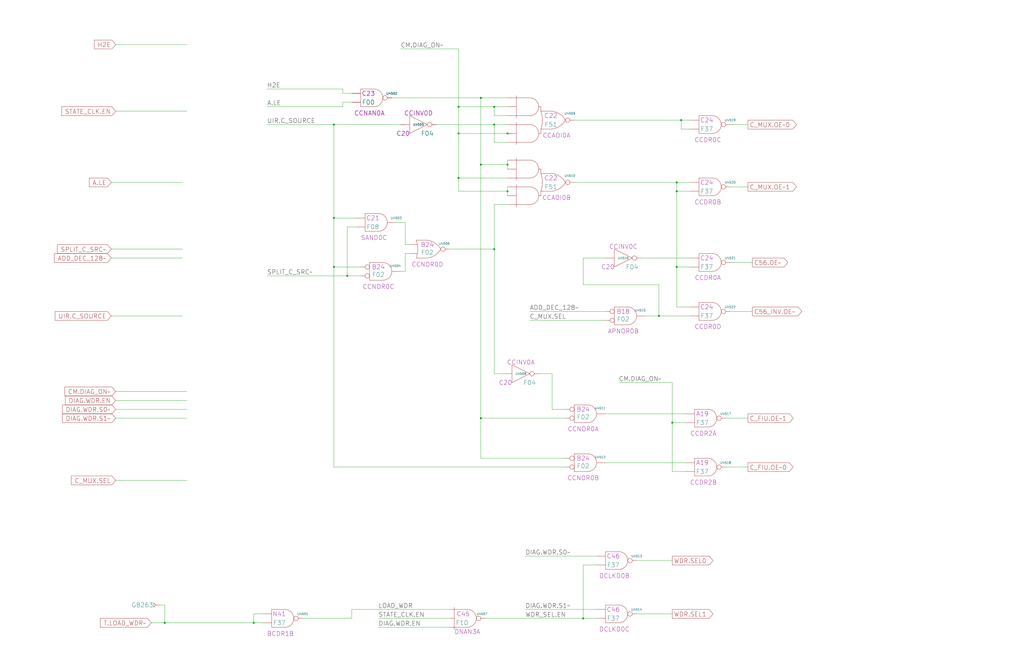
<source format=kicad_sch>
(kicad_sch (version 20211123) (generator eeschema)
  (paper "User" 584.2 378.46)
  (title_block (title "C SOURCE CONTROL") (date "15-MAR-90") (rev "1.0") (comment 1 "TYPE") (comment 2 "232-003062") (comment 3 "S400") (comment 4 "RELEASED"))
  (lib_symbols
    (symbol "r1000:F00" (pin_numbers hide) (pin_names hide)
      (property "Reference" "U" (at 15.24 0 0))
      (property "Value" "F00" (at 1.905 -5.08 0))
      (property "Location" "___" (at 1.905 0 0))
      (property "Name" "______" (at 2.54 -12.7 0))
      (symbol "F00_0_1"
        (polyline (pts (xy -2.54 -7.62) (xy 5.08 -7.62)) (stroke (width 0.1524)))
        (polyline (pts (xy -2.54 2.54) (xy -2.54 -7.62)) (stroke (width 0.1524)))
        (polyline (pts (xy -2.54 2.54) (xy 5.08 2.54)) (stroke (width 0.1524)))
        (arc (start 5.08 -7.62) (mid 10.1282 -2.54) (end 5.08 2.54) (stroke (width 0.1524)))
        (circle (center 11.43 -2.54) (radius 1.27) (stroke (width 0.1524)))
      )
      (symbol "F00_0_2"
        (circle (center -3.81 -5.08) (radius 1.27) (stroke (width 0.1524)))
        (circle (center -3.81 0) (radius 1.27) (stroke (width 0.1524)))
        (arc (start -3.175 -7.62) (mid -2.134 -2.54) (end -3.175 2.54) (stroke (width 0.1524)))
        (polyline (pts (xy -3.175 -7.62) (xy 3.81 -7.62)) (stroke (width 0.1524)))
        (polyline (pts (xy -3.175 2.54) (xy 3.81 2.54)) (stroke (width 0.1524)))
        (arc (start 3.81 -7.62) (mid 7.5855 -5.8306) (end 10.16 -2.54) (stroke (width 0.1524)))
        (arc (start 10.16 -2.54) (mid 7.5827 0.7471) (end 3.81 2.54) (stroke (width 0.1524)))
      )
      (symbol "F00_1_1"
        (pin input line (at -7.62 0 0) (length 5.08) (name "D0") (number "1"))
        (pin input line (at -7.62 -5.08 0) (length 5.08) (name "D1") (number "2"))
        (pin output line (at 15.24 -2.54 180) (length 2.54) (name "Q") (number "3"))
      )
      (symbol "F00_1_2"
        (pin input line (at -7.62 0 0) (length 2.54) (name "D0") (number "1"))
        (pin input line (at -7.62 -5.08 0) (length 2.54) (name "D1") (number "2"))
        (pin output line (at 15.24 -2.54 180) (length 5.08) (name "Q") (number "3"))
      )
    )
    (symbol "r1000:F02" (pin_numbers hide) (pin_names hide)
      (property "Reference" "U" (at 12.16 0.635 0))
      (property "Value" "F02" (at -1.27 -4.445 0))
      (property "Location" "___" (at 2.54 0 0))
      (property "Name" "______" (at 2.54 -12.7 0))
      (symbol "F02_0_1"
        (arc (start -3.81 -7.62) (mid -2.9847 -2.54) (end -3.81 2.54) (stroke (width 0.1524)))
        (polyline (pts (xy -5.08 -5.08) (xy -3.175 -5.08)) (stroke (width 0.1524)))
        (polyline (pts (xy -5.08 0) (xy -3.175 0)) (stroke (width 0.1524)))
        (polyline (pts (xy -3.81 -7.62) (xy 2.54 -7.62)) (stroke (width 0.1524)))
        (polyline (pts (xy -3.81 2.54) (xy 2.54 2.54)) (stroke (width 0.1524)))
        (polyline (pts (xy 13.97 -2.54) (xy 12.7 -2.54)) (stroke (width 0.1524)))
        (arc (start 2.54 -7.62) (mid 6.9515 -5.9823) (end 10.16 -2.54) (stroke (width 0.1524)))
        (arc (start 10.16 -2.54) (mid 6.9478 0.8966) (end 2.54 2.54) (stroke (width 0.1524)))
        (circle (center 11.43 -2.54) (radius 1.27) (stroke (width 0.1524)))
      )
      (symbol "F02_0_2"
        (circle (center -3.81 -5.08) (radius 1.27) (stroke (width 0.1524)))
        (circle (center -3.81 0) (radius 1.27) (stroke (width 0.1524)))
        (polyline (pts (xy -2.54 -7.62) (xy 5.08 -7.62)) (stroke (width 0.1524)))
        (polyline (pts (xy -2.54 2.54) (xy -2.54 -7.62)) (stroke (width 0.1524)))
        (polyline (pts (xy -2.54 2.54) (xy 5.08 2.54)) (stroke (width 0.1524)))
        (polyline (pts (xy 11.43 -2.54) (xy 10.16 -2.54)) (stroke (width 0.1524)))
        (polyline (pts (xy 11.43 -2.54) (xy 12.7 -2.54)) (stroke (width 0.1524)))
        (arc (start 5.08 -7.62) (mid 10.1282 -2.54) (end 5.08 2.54) (stroke (width 0.1524)))
      )
      (symbol "F02_1_1"
        (pin input line (at -7.62 0 0) (length 2.54) (name "D0") (number "1"))
        (pin input line (at -7.62 -5.08 0) (length 2.54) (name "D1") (number "2"))
        (pin output line (at 15.24 -2.54 180) (length 1.27) (name "Q") (number "3"))
      )
      (symbol "F02_1_2"
        (pin input line (at -7.62 0 0) (length 2.54) (name "D0") (number "1"))
        (pin input line (at -7.62 -5.08 0) (length 2.54) (name "D1") (number "2"))
        (pin output line (at 15.24 -2.54 180) (length 2.54) (name "Q") (number "3"))
      )
    )
    (symbol "r1000:F04" (pin_numbers hide) (pin_names hide)
      (property "Reference" "U" (at 0 0 0))
      (property "Value" "F04" (at 1.27 -5.08 0))
      (property "Location" "___" (at -12.7 -5.08 0))
      (property "Name" "______" (at 0 5.08 0))
      (symbol "F04_0_1"
        (polyline (pts (xy -7.62 0) (xy -5.08 0)) (stroke (width 0.1524)))
        (polyline (pts (xy -5.08 5.08) (xy -5.08 -5.08)) (stroke (width 0.1524)))
        (polyline (pts (xy 5.08 0) (xy -5.08 -5.08)) (stroke (width 0.1524)))
        (polyline (pts (xy 5.08 0) (xy -5.08 5.08)) (stroke (width 0.1524)))
        (circle (center 6.35 0) (radius 1.27) (stroke (width 0.1524)))
      )
      (symbol "F04_1_1"
        (pin input line (at -10.16 0 0) (length 2.54) (name "D") (number "1"))
        (pin output line (at 10.16 0 180) (length 2.54) (name "Q") (number "2"))
      )
    )
    (symbol "r1000:F08" (pin_numbers hide) (pin_names hide)
      (property "Reference" "U" (at 15.24 0 0))
      (property "Value" "F08" (at 1.905 -5.08 0))
      (property "Location" "___" (at 1.905 0 0))
      (property "Name" "______" (at 2.54 -12.7 0))
      (symbol "F08_0_1"
        (polyline (pts (xy -2.54 -7.62) (xy 5.08 -7.62)) (stroke (width 0.1524)))
        (polyline (pts (xy -2.54 2.54) (xy -2.54 -7.62)) (stroke (width 0.1524)))
        (polyline (pts (xy -2.54 2.54) (xy 5.08 2.54)) (stroke (width 0.1524)))
        (arc (start 5.08 -7.62) (mid 10.1282 -2.54) (end 5.08 2.54) (stroke (width 0.1524)))
      )
      (symbol "F08_0_2"
        (circle (center -3.81 -5.08) (radius 1.27) (stroke (width 0.1524)))
        (circle (center -3.81 0) (radius 1.27) (stroke (width 0.1524)))
        (arc (start -3.175 -7.62) (mid -2.134 -2.54) (end -3.175 2.54) (stroke (width 0.1524)))
        (polyline (pts (xy -3.175 -7.62) (xy 3.81 -7.62)) (stroke (width 0.1524)))
        (polyline (pts (xy -3.175 2.54) (xy 3.81 2.54)) (stroke (width 0.1524)))
        (arc (start 3.81 -7.62) (mid 7.5855 -5.8306) (end 10.16 -2.54) (stroke (width 0.1524)))
        (arc (start 10.16 -2.54) (mid 7.5827 0.7471) (end 3.81 2.54) (stroke (width 0.1524)))
        (circle (center 11.43 -2.54) (radius 1.27) (stroke (width 0.1524)))
      )
      (symbol "F08_1_1"
        (pin input line (at -7.62 0 0) (length 5.08) (name "D0") (number "1"))
        (pin input line (at -7.62 -5.08 0) (length 5.08) (name "D1") (number "2"))
        (pin output line (at 15.24 -2.54 180) (length 5.08) (name "Q") (number "3"))
      )
      (symbol "F08_1_2"
        (pin input line (at -7.62 0 0) (length 2.54) (name "D0") (number "1"))
        (pin input line (at -7.62 -5.08 0) (length 2.54) (name "D1") (number "2"))
        (pin output line (at 15.24 -2.54 180) (length 2.54) (name "Q") (number "3"))
      )
    )
    (symbol "r1000:F10" (pin_numbers hide) (pin_names hide)
      (property "Reference" "U" (at 13.335 0 0))
      (property "Value" "F10" (at 5.715 -5.08 0))
      (property "Location" "___" (at -1.27 0 0))
      (property "Name" "______" (at -2.54 -10.16 0))
      (symbol "F10_0_1"
        (polyline (pts (xy -2.54 -7.62) (xy 5.08 -7.62)) (stroke (width 0.1524)))
        (polyline (pts (xy -2.54 2.54) (xy 5.08 2.54)) (stroke (width 0.1524)))
        (polyline (pts (xy -2.54 3.81) (xy -2.54 -8.89)) (stroke (width 0.1524)))
        (arc (start 5.08 -7.62) (mid 10.1282 -2.54) (end 5.08 2.54) (stroke (width 0.1524)))
        (circle (center 11.43 -2.54) (radius 1.27) (stroke (width 0.1524)))
      )
      (symbol "F10_0_2"
        (circle (center -3.81 -7.62) (radius 1.27) (stroke (width 0.1524)))
        (circle (center -3.81 2.54) (radius 1.27) (stroke (width 0.1524)))
        (circle (center -3.175 -2.54) (radius 1.27) (stroke (width 0.1524)))
        (arc (start -2.54 -7.62) (mid -1.8195 -2.54) (end -2.54 2.54) (stroke (width 0.1524)))
        (polyline (pts (xy -4.445 -2.54) (xy -5.08 -2.54)) (stroke (width 0.1524)))
        (polyline (pts (xy -2.54 -7.62) (xy 5.08 -7.62)) (stroke (width 0.1524)))
        (polyline (pts (xy -2.54 2.54) (xy 5.08 2.54)) (stroke (width 0.1524)))
        (polyline (pts (xy 10.795 -2.54) (xy 12.7 -2.54)) (stroke (width 0.1524)))
        (arc (start 5.08 -7.62) (mid 8.4845 -5.6954) (end 10.795 -2.54) (stroke (width 0.1524)))
        (arc (start 10.795 -2.54) (mid 8.4807 0.6111) (end 5.08 2.54) (stroke (width 0.1524)))
      )
      (symbol "F10_1_1"
        (pin input line (at -5.08 2.54 0) (length 2.54) (name "D0") (number "1"))
        (pin input line (at -5.08 -2.54 0) (length 2.54) (name "D1") (number "2"))
        (pin input line (at -5.08 -7.62 0) (length 2.54) (name "D2") (number "3"))
        (pin output line (at 15.24 -2.54 180) (length 2.54) (name "Q") (number "4"))
      )
      (symbol "F10_1_2"
        (pin input line (at -5.08 2.54 0) (length 0) (name "D0") (number "1"))
        (pin input line (at -5.08 -2.54 0) (length 0) (name "D1") (number "2"))
        (pin input line (at -5.08 -7.62 0) (length 0) (name "D2") (number "3"))
        (pin output line (at 15.24 -2.54 180) (length 2.54) (name "Q") (number "4"))
      )
    )
    (symbol "r1000:F37" (pin_numbers hide) (pin_names (offset 0) hide)
      (property "Reference" "U" (at 15.24 0 0))
      (property "Value" "F37" (at 1.905 -5.08 0))
      (property "Location" "___" (at 1.905 0 0))
      (property "Name" "______" (at 2.54 -12.7 0))
      (symbol "F37_0_1"
        (polyline (pts (xy -2.54 -7.62) (xy 5.08 -7.62)) (stroke (width 0.1524)))
        (polyline (pts (xy -2.54 2.54) (xy -2.54 -7.62)) (stroke (width 0.1524)))
        (polyline (pts (xy -2.54 2.54) (xy 5.08 2.54)) (stroke (width 0.1524)))
        (arc (start 5.08 -7.62) (mid 10.1282 -2.54) (end 5.08 2.54) (stroke (width 0.1524)))
        (circle (center 11.43 -2.54) (radius 1.27) (stroke (width 0.1524)))
      )
      (symbol "F37_0_2"
        (circle (center -3.81 -5.08) (radius 1.27) (stroke (width 0.1524)))
        (circle (center -3.81 0) (radius 1.27) (stroke (width 0.1524)))
        (arc (start -3.175 -7.62) (mid -2.134 -2.54) (end -3.175 2.54) (stroke (width 0.1524)))
        (polyline (pts (xy -3.175 -7.62) (xy 3.81 -7.62)) (stroke (width 0.1524)))
        (polyline (pts (xy -3.175 2.54) (xy 3.81 2.54)) (stroke (width 0.1524)))
        (arc (start 3.81 -7.62) (mid 7.5855 -5.8306) (end 10.16 -2.54) (stroke (width 0.1524)))
        (arc (start 10.16 -2.54) (mid 7.5827 0.7471) (end 3.81 2.54) (stroke (width 0.1524)))
      )
      (symbol "F37_1_1"
        (pin input line (at -7.62 0 0) (length 5.08) (name "D0") (number "1"))
        (pin input line (at -7.62 -5.08 0) (length 5.08) (name "D1") (number "2"))
        (pin output line (at 15.24 -2.54 180) (length 2.54) (name "Q") (number "3"))
      )
      (symbol "F37_1_2"
        (pin input line (at -7.62 0 0) (length 2.54) (name "D0") (number "1"))
        (pin input line (at -7.62 -5.08 0) (length 2.54) (name "D1") (number "2"))
        (pin output line (at 15.24 -2.54 180) (length 5.08) (name "Q") (number "3"))
      )
    )
    (symbol "r1000:F51" (pin_numbers hide) (pin_names hide)
      (property "Reference" "U" (at 12.7 1.27 0))
      (property "Value" "F51" (at 1.905 -5.08 0))
      (property "Location" "___" (at 1.905 0 0))
      (property "Name" "______" (at 5.08 -12.7 0))
      (symbol "F51_0_0"
        (arc (start -10.16 -15.24) (mid -6.5679 -13.7521) (end -5.08 -10.16) (stroke (width 0.1524)))
        (arc (start -10.16 0) (mid -6.5679 1.4879) (end -5.08 5.08) (stroke (width 0.1524)))
        (arc (start -5.08 -10.16) (mid -6.5679 -6.5679) (end -10.16 -5.08) (stroke (width 0.1524)))
        (arc (start -5.08 5.08) (mid -6.5679 8.6721) (end -10.16 10.16) (stroke (width 0.1524)))
        (arc (start -3.8173 -7.62) (mid -2.9926 -2.54) (end -3.8173 2.54) (stroke (width 0.1524)))
        (polyline (pts (xy -20.32 -15.24) (xy -17.78 -15.24)) (stroke (width 0.1524)))
        (polyline (pts (xy -20.32 -10.16) (xy -17.78 -10.16)) (stroke (width 0.1524)))
        (polyline (pts (xy -20.32 -5.08) (xy -17.78 -5.08)) (stroke (width 0.1524)))
        (polyline (pts (xy -20.32 0) (xy -17.78 0)) (stroke (width 0.1524)))
        (polyline (pts (xy -20.32 5.08) (xy -17.78 5.08)) (stroke (width 0.1524)))
        (polyline (pts (xy -20.32 10.16) (xy -17.78 10.16)) (stroke (width 0.1524)))
        (polyline (pts (xy -17.78 -3.81) (xy -17.78 -16.51)) (stroke (width 0.1524)))
        (polyline (pts (xy -17.78 11.43) (xy -17.78 -1.27)) (stroke (width 0.1524)))
        (polyline (pts (xy -10.16 -15.24) (xy -17.78 -15.24)) (stroke (width 0.1524)))
        (polyline (pts (xy -10.16 -5.08) (xy -17.78 -5.08)) (stroke (width 0.1524)))
        (polyline (pts (xy -10.16 0) (xy -17.78 0)) (stroke (width 0.1524)))
        (polyline (pts (xy -10.16 10.16) (xy -17.78 10.16)) (stroke (width 0.1524)))
        (polyline (pts (xy -3.81 -7.62) (xy 2.54 -7.62)) (stroke (width 0.1524)))
        (polyline (pts (xy -3.81 2.54) (xy 2.54 2.54)) (stroke (width 0.1524)))
        (polyline (pts (xy -5.08 -10.16) (xy -3.81 -10.16) (xy -3.81 -7.62)) (stroke (width 0.1524)))
        (polyline (pts (xy -5.08 5.08) (xy -3.81 5.08) (xy -3.81 2.54)) (stroke (width 0.1524)))
        (arc (start 2.54 -7.62) (mid 6.9504 -5.9805) (end 10.16 -2.54) (stroke (width 0.1524)))
        (arc (start 10.16 -2.54) (mid 6.9516 0.9024) (end 2.54 2.54) (stroke (width 0.1524)))
        (circle (center 11.43 -2.54) (radius 1.27) (stroke (width 0.1524)))
      )
      (symbol "F51_1_1"
        (pin input line (at -22.86 10.16 0) (length 2.54) (name "A1") (number "1"))
        (pin input line (at -22.86 5.08 0) (length 2.54) (name "A2") (number "2"))
        (pin input line (at -22.86 0 0) (length 2.54) (name "A3") (number "3"))
        (pin input line (at -22.86 -5.08 0) (length 2.54) (name "B1") (number "4"))
        (pin input line (at -22.86 -10.16 0) (length 2.54) (name "B2") (number "5"))
        (pin input line (at -22.86 -15.24 0) (length 2.54) (name "B3") (number "6"))
        (pin output line (at 15.24 -2.54 180) (length 2.54) (name "Q") (number "7"))
      )
    )
    (symbol "r1000:GB" (pin_numbers hide) (pin_names (offset 0) hide)
      (property "Reference" "GB" (at 3.81 0 0))
      (symbol "GB_0_1"
        (polyline (pts (xy 2.54 0) (xy 3.81 1.27) (xy 3.81 -1.27) (xy 2.54 0)) (stroke (width 0.1524)))
      )
      (symbol "GB_1_1"
        (pin bidirectional line (at 0 0 0) (length 2.54) (name "") (number "1"))
      )
    )
  )
  (junction (at 190.5 71.12))
  (junction (at 281.94 60.96))
  (junction (at 386.08 152.4))
  (junction (at 93.98 355.6))
  (junction (at 332.74 353.06))
  (junction (at 289.56 76.2))
  (junction (at 388.62 68.58))
  (junction (at 261.62 60.96))
  (junction (at 190.5 152.4))
  (junction (at 274.32 55.88))
  (junction (at 281.94 142.24))
  (junction (at 289.56 109.22))
  (junction (at 375.92 180.34))
  (junction (at 386.08 109.22))
  (junction (at 281.94 71.12))
  (junction (at 261.62 101.6))
  (junction (at 144.78 355.6))
  (junction (at 190.5 124.46))
  (junction (at 383.54 241.3))
  (junction (at 274.32 93.98))
  (junction (at 289.56 93.98))
  (junction (at 274.32 238.76))
  (junction (at 261.62 76.2))
  (junction (at 198.12 157.48))
  (junction (at 386.08 104.14))
  (wire (pts (xy 368.3 180.34) (xy 375.92 180.34)))
  (wire (pts (xy 375.92 180.34) (xy 393.7 180.34)))
  (wire (pts (xy 416.56 71.12) (xy 426.72 71.12)))
  (wire (pts (xy 63.5 180.34) (xy 104.14 180.34)))
  (wire (pts (xy 332.74 322.58) (xy 332.74 353.06)))
  (wire (pts (xy 340.36 322.58) (xy 332.74 322.58)))
  (wire (pts (xy 281.94 213.36) (xy 281.94 142.24)))
  (wire (pts (xy 287.02 213.36) (xy 281.94 213.36)))
  (wire (pts (xy 365.76 147.32) (xy 393.7 147.32)))
  (wire (pts (xy 86.36 355.6) (xy 93.98 355.6)))
  (wire (pts (xy 93.98 355.6) (xy 144.78 355.6)))
  (wire (pts (xy 144.78 355.6) (xy 149.86 355.6)))
  (wire (pts (xy 215.9 353.06) (xy 256.54 353.06)))
  (wire (pts (xy 172.72 353.06) (xy 200.66 353.06)))
  (wire (pts (xy 200.66 347.98) (xy 256.54 347.98)))
  (wire (pts (xy 200.66 353.06) (xy 200.66 347.98)))
  (wire (pts (xy 226.06 127) (xy 231.14 127)))
  (wire (pts (xy 231.14 127) (xy 231.14 139.7)))
  (wire (pts (xy 231.14 139.7) (xy 233.68 139.7)))
  (wire (pts (xy 289.56 106.68) (xy 289.56 109.22)))
  (wire (pts (xy 289.56 109.22) (xy 289.56 111.76)))
  (wire (pts (xy 66.04 274.32) (xy 106.68 274.32)))
  (wire (pts (xy 66.04 63.5) (xy 106.68 63.5)))
  (wire (pts (xy 144.78 350.52) (xy 144.78 355.6)))
  (wire (pts (xy 149.86 350.52) (xy 144.78 350.52)))
  (wire (pts (xy 274.32 93.98) (xy 274.32 55.88)))
  (wire (pts (xy 289.56 93.98) (xy 274.32 93.98)))
  (wire (pts (xy 63.5 142.24) (xy 104.14 142.24)))
  (wire (pts (xy 152.4 157.48) (xy 198.12 157.48)))
  (wire (pts (xy 198.12 157.48) (xy 205.74 157.48)))
  (wire (pts (xy 63.5 104.14) (xy 104.14 104.14)))
  (wire (pts (xy 91.44 345.44) (xy 93.98 345.44)))
  (wire (pts (xy 93.98 345.44) (xy 93.98 355.6)))
  (wire (pts (xy 386.08 109.22) (xy 386.08 104.14)))
  (wire (pts (xy 393.7 109.22) (xy 386.08 109.22)))
  (wire (pts (xy 332.74 147.32) (xy 345.44 147.32)))
  (wire (pts (xy 332.74 162.56) (xy 332.74 147.32)))
  (wire (pts (xy 375.92 162.56) (xy 332.74 162.56)))
  (wire (pts (xy 375.92 180.34) (xy 375.92 162.56)))
  (wire (pts (xy 353.06 218.44) (xy 383.54 218.44)))
  (wire (pts (xy 383.54 241.3) (xy 383.54 218.44)))
  (wire (pts (xy 383.54 269.24) (xy 383.54 241.3)))
  (wire (pts (xy 391.16 269.24) (xy 383.54 269.24)))
  (wire (pts (xy 386.08 152.4) (xy 386.08 109.22)))
  (wire (pts (xy 386.08 175.26) (xy 386.08 152.4)))
  (wire (pts (xy 393.7 175.26) (xy 386.08 175.26)))
  (wire (pts (xy 66.04 233.68) (xy 106.68 233.68)))
  (wire (pts (xy 66.04 25.4) (xy 106.68 25.4)))
  (wire (pts (xy 248.92 71.12) (xy 281.94 71.12)))
  (wire (pts (xy 281.94 71.12) (xy 289.56 71.12)))
  (wire (pts (xy 281.94 81.28) (xy 281.94 71.12)))
  (wire (pts (xy 289.56 81.28) (xy 281.94 81.28)))
  (wire (pts (xy 274.32 238.76) (xy 274.32 93.98)))
  (wire (pts (xy 274.32 261.62) (xy 274.32 238.76)))
  (wire (pts (xy 322.58 261.62) (xy 274.32 261.62)))
  (wire (pts (xy 66.04 228.6) (xy 106.68 228.6)))
  (wire (pts (xy 190.5 124.46) (xy 203.2 124.46)))
  (wire (pts (xy 152.4 71.12) (xy 190.5 71.12)))
  (wire (pts (xy 190.5 71.12) (xy 228.6 71.12)))
  (wire (pts (xy 66.04 238.76) (xy 106.68 238.76)))
  (wire (pts (xy 327.66 104.14) (xy 386.08 104.14)))
  (wire (pts (xy 386.08 104.14) (xy 393.7 104.14)))
  (wire (pts (xy 215.9 358.14) (xy 256.54 358.14)))
  (wire (pts (xy 383.54 241.3) (xy 391.16 241.3)))
  (wire (pts (xy 388.62 68.58) (xy 388.62 73.66)))
  (wire (pts (xy 393.7 73.66) (xy 388.62 73.66)))
  (wire (pts (xy 299.72 317.5) (xy 340.36 317.5)))
  (wire (pts (xy 327.66 68.58) (xy 388.62 68.58)))
  (wire (pts (xy 388.62 68.58) (xy 393.7 68.58)))
  (wire (pts (xy 416.56 106.68) (xy 426.72 106.68)))
  (wire (pts (xy 386.08 152.4) (xy 393.7 152.4)))
  (wire (pts (xy 414.02 238.76) (xy 426.72 238.76)))
  (wire (pts (xy 190.5 124.46) (xy 190.5 71.12)))
  (wire (pts (xy 190.5 152.4) (xy 190.5 124.46)))
  (wire (pts (xy 205.74 152.4) (xy 190.5 152.4)))
  (wire (pts (xy 228.6 154.94) (xy 231.14 154.94)))
  (wire (pts (xy 231.14 144.78) (xy 233.68 144.78)))
  (wire (pts (xy 231.14 154.94) (xy 231.14 144.78)))
  (wire (pts (xy 256.54 142.24) (xy 281.94 142.24)))
  (wire (pts (xy 281.94 116.84) (xy 289.56 116.84)))
  (wire (pts (xy 281.94 142.24) (xy 281.94 116.84)))
  (wire (pts (xy 345.44 236.22) (xy 391.16 236.22)))
  (wire (pts (xy 152.4 50.8) (xy 195.58 50.8)))
  (wire (pts (xy 195.58 50.8) (xy 195.58 53.34)))
  (wire (pts (xy 195.58 53.34) (xy 200.66 53.34)))
  (wire (pts (xy 345.44 264.16) (xy 391.16 264.16)))
  (wire (pts (xy 274.32 238.76) (xy 322.58 238.76)))
  (wire (pts (xy 223.52 55.88) (xy 274.32 55.88)))
  (wire (pts (xy 274.32 55.88) (xy 289.56 55.88)))
  (wire (pts (xy 261.62 27.94) (xy 228.6 27.94)))
  (wire (pts (xy 261.62 60.96) (xy 261.62 27.94)))
  (wire (pts (xy 261.62 76.2) (xy 261.62 60.96)))
  (wire (pts (xy 261.62 101.6) (xy 261.62 76.2)))
  (wire (pts (xy 261.62 109.22) (xy 261.62 101.6)))
  (wire (pts (xy 289.56 109.22) (xy 261.62 109.22)))
  (wire (pts (xy 414.02 266.7) (xy 426.72 266.7)))
  (wire (pts (xy 190.5 266.7) (xy 190.5 152.4)))
  (wire (pts (xy 322.58 266.7) (xy 190.5 266.7)))
  (wire (pts (xy 152.4 60.96) (xy 195.58 60.96)))
  (wire (pts (xy 195.58 58.42) (xy 200.66 58.42)))
  (wire (pts (xy 195.58 60.96) (xy 195.58 58.42)))
  (wire (pts (xy 289.56 91.44) (xy 289.56 93.98)))
  (wire (pts (xy 289.56 93.98) (xy 289.56 96.52)))
  (wire (pts (xy 261.62 101.6) (xy 289.56 101.6)))
  (wire (pts (xy 261.62 76.2) (xy 289.56 76.2)))
  (wire (pts (xy 289.56 76.2) (xy 292.1 76.2)))
  (wire (pts (xy 302.26 177.8) (xy 345.44 177.8)))
  (wire (pts (xy 261.62 60.96) (xy 281.94 60.96)))
  (wire (pts (xy 281.94 60.96) (xy 289.56 60.96)))
  (wire (pts (xy 416.56 149.86) (xy 429.26 149.86)))
  (wire (pts (xy 66.04 223.52) (xy 106.68 223.52)))
  (wire (pts (xy 302.26 182.88) (xy 345.44 182.88)))
  (wire (pts (xy 198.12 129.54) (xy 198.12 157.48)))
  (wire (pts (xy 203.2 129.54) (xy 198.12 129.54)))
  (wire (pts (xy 299.72 347.98) (xy 340.36 347.98)))
  (wire (pts (xy 416.56 177.8) (xy 429.26 177.8)))
  (wire (pts (xy 363.22 350.52) (xy 383.54 350.52)))
  (wire (pts (xy 63.5 147.32) (xy 104.14 147.32)))
  (wire (pts (xy 363.22 320.04) (xy 383.54 320.04)))
  (wire (pts (xy 314.96 213.36) (xy 307.34 213.36)))
  (wire (pts (xy 314.96 233.68) (xy 314.96 213.36)))
  (wire (pts (xy 322.58 233.68) (xy 314.96 233.68)))
  (wire (pts (xy 276.86 353.06) (xy 332.74 353.06)))
  (wire (pts (xy 332.74 353.06) (xy 340.36 353.06)))
  (wire (pts (xy 281.94 66.04) (xy 281.94 60.96)))
  (wire (pts (xy 289.56 66.04) (xy 281.94 66.04)))
  (label "SPLIT_C_SRC~" (at 152.4 157.48 0) (effects (font (size 2.54 2.54))))
  (label "DIAG.WDR.S1~" (at 299.72 347.98 0) (effects (font (size 2.54 2.54))))
  (label "CM.DIAG_ON~" (at 353.06 218.44 0) (effects (font (size 2.54 2.54))))
  (label "CM.DIAG_ON~" (at 228.6 27.94 0) (effects (font (size 2.54 2.54))))
  (label "WDR_SEL.EN" (at 299.72 353.06 0) (effects (font (size 2.54 2.54))))
  (label "A.LE" (at 152.4 60.96 0) (effects (font (size 2.54 2.54))))
  (label "H2E" (at 152.4 50.8 0) (effects (font (size 2.54 2.54))))
  (label "DIAG.WDR.EN" (at 215.9 358.14 0) (effects (font (size 2.54 2.54))))
  (label "C_MUX.SEL" (at 302.26 182.88 0) (effects (font (size 2.54 2.54))))
  (label "STATE_CLK.EN" (at 215.9 353.06 0) (effects (font (size 2.54 2.54))))
  (label "ADD_DEC_128~" (at 302.26 177.8 0) (effects (font (size 2.54 2.54))))
  (label "DIAG.WDR.S0~" (at 299.72 317.5 0) (effects (font (size 2.54 2.54))))
  (label "UIR.C_SOURCE" (at 152.4 71.12 0) (effects (font (size 2.54 2.54))))
  (label "LOAD_WDR" (at 215.9 347.98 0) (effects (font (size 2.54 2.54))))
  (global_label "C_MUX.SEL" (shape input) (at 66.04 274.32 180) (effects (font (size 2.54 2.54))) (property "Intersheet References" "${INTERSHEET_REFS}" (at 32.1854 274.1613 0) (effects (font (size 2.54 2.54)) (justify right))))
  (global_label "T.LOAD_WDR~" (shape input) (at 86.36 355.6 180) (effects (font (size 2.54 2.54))) (property "Intersheet References" "${INTERSHEET_REFS}" (at 57.2226 355.4413 0) (effects (font (size 2.54 2.54)) (justify right))))
  (global_label "WDR.SEL0" (shape output) (at 383.54 320.04 0) (effects (font (size 2.54 2.54))) (property "Intersheet References" "${INTERSHEET_REFS}" (at 406.7508 319.8813 0) (effects (font (size 2.54 2.54)) (justify left))))
  (global_label "C56.OE~" (shape output) (at 429.26 149.86 0) (effects (font (size 2.54 2.54))) (property "Intersheet References" "${INTERSHEET_REFS}" (at 449.447 149.7013 0) (effects (font (size 2.54 2.54)) (justify left))))
  (global_label "A.LE" (shape input) (at 63.5 104.14 180) (effects (font (size 2.54 2.54))) (property "Intersheet References" "${INTERSHEET_REFS}" (at 50.933 103.9813 0) (effects (font (size 2.54 2.54)) (justify right))))
  (global_label "H2E" (shape input) (at 66.04 25.4 180) (effects (font (size 2.54 2.54))) (property "Intersheet References" "${INTERSHEET_REFS}" (at 56.134 25.2413 0) (effects (font (size 2.54 2.54)) (justify right))))
  (global_label "C_MUX.OE~1" (shape output) (at 426.72 106.68 0) (effects (font (size 2.54 2.54))) (property "Intersheet References" "${INTERSHEET_REFS}" (at 454.406 106.5213 0) (effects (font (size 2.54 2.54)) (justify left))))
  (global_label "WDR.SEL1" (shape output) (at 383.54 350.52 0) (effects (font (size 2.54 2.54))) (property "Intersheet References" "${INTERSHEET_REFS}" (at 406.7508 350.3613 0) (effects (font (size 2.54 2.54)) (justify left))))
  (global_label "C_FIU.OE~0" (shape output) (at 426.72 266.7 0) (effects (font (size 2.54 2.54))) (property "Intersheet References" "${INTERSHEET_REFS}" (at 452.4708 266.5413 0) (effects (font (size 2.54 2.54)) (justify left))))
  (global_label "UIR.C_SOURCE" (shape input) (at 63.5 180.34 180) (effects (font (size 2.54 2.54))) (property "Intersheet References" "${INTERSHEET_REFS}" (at 31.4597 180.1813 0) (effects (font (size 2.54 2.54)) (justify right))))
  (global_label "DIAG.WDR.EN" (shape input) (at 66.04 228.6 180) (effects (font (size 2.54 2.54))) (property "Intersheet References" "${INTERSHEET_REFS}" (at 37.3864 228.4413 0) (effects (font (size 2.54 2.54)) (justify right))))
  (global_label "C_MUX.OE~0" (shape output) (at 426.72 71.12 0) (effects (font (size 2.54 2.54))) (property "Intersheet References" "${INTERSHEET_REFS}" (at 454.406 70.9613 0) (effects (font (size 2.54 2.54)) (justify left))))
  (global_label "C56_INV.OE~" (shape output) (at 429.26 177.8 0) (effects (font (size 2.54 2.54))) (property "Intersheet References" "${INTERSHEET_REFS}" (at 457.4298 177.6413 0) (effects (font (size 2.54 2.54)) (justify left))))
  (global_label "SPLIT_C_SRC~" (shape input) (at 63.5 142.24 180) (effects (font (size 2.54 2.54))) (property "Intersheet References" "${INTERSHEET_REFS}" (at 32.7902 142.0813 0) (effects (font (size 2.54 2.54)) (justify right))))
  (global_label "DIAG.WDR.S1~" (shape input) (at 66.04 238.76 180) (effects (font (size 2.54 2.54))) (property "Intersheet References" "${INTERSHEET_REFS}" (at 35.693 238.6013 0) (effects (font (size 2.54 2.54)) (justify right))))
  (global_label "DIAG.WDR.S0~" (shape input) (at 66.04 233.68 180) (effects (font (size 2.54 2.54))) (property "Intersheet References" "${INTERSHEET_REFS}" (at 35.693 233.5213 0) (effects (font (size 2.54 2.54)) (justify right))))
  (global_label "STATE_CLK.EN" (shape input) (at 66.04 63.5 180) (effects (font (size 2.54 2.54))) (property "Intersheet References" "${INTERSHEET_REFS}" (at 35.2092 63.3413 0) (effects (font (size 2.54 2.54)) (justify right))))
  (global_label "CM.DIAG_ON~" (shape input) (at 66.04 223.52 180) (effects (font (size 2.54 2.54))) (property "Intersheet References" "${INTERSHEET_REFS}" (at 37.0235 223.3613 0) (effects (font (size 2.54 2.54)) (justify right))))
  (global_label "C_FIU.OE~1" (shape output) (at 426.72 238.76 0) (effects (font (size 2.54 2.54))) (property "Intersheet References" "${INTERSHEET_REFS}" (at 452.4708 238.6013 0) (effects (font (size 2.54 2.54)) (justify left))))
  (global_label "ADD_DEC_128~" (shape input) (at 63.5 147.32 180) (effects (font (size 2.54 2.54))) (property "Intersheet References" "${INTERSHEET_REFS}" (at 31.0969 147.1613 0) (effects (font (size 2.54 2.54)) (justify right))))
  (symbol (lib_id "r1000:F37") (at 398.78 264.16 0) (unit 1)
    (property "Reference" "U4518" (at 414.02 264.16 0))
    (property "Value" "F37" (at 400.685 269.24 0) (effects (font (size 2.54 2.54))))
    (property "Location" "A19" (at 400.685 264.16 0) (effects (font (size 2.54 2.54))))
    (property "Name" "CCDR2B" (at 401.32 276.86 0) (effects (font (size 2.54 2.54)) (justify bottom)))
  )
  (symbol (lib_id "r1000:F08") (at 210.82 124.46 0) (unit 1)
    (property "Reference" "U4503" (at 226.06 124.46 0))
    (property "Value" "F08" (at 212.725 129.54 0) (effects (font (size 2.54 2.54))))
    (property "Location" "C21" (at 212.725 124.46 0) (effects (font (size 2.54 2.54))))
    (property "Name" "SAND0C" (at 213.36 137.16 0) (effects (font (size 2.54 2.54)) (justify bottom)))
  )
  (symbol (lib_id "r1000:F10") (at 261.62 350.52 0) (unit 1)
    (property "Reference" "U4507" (at 274.955 350.52 0))
    (property "Value" "F10" (at 267.335 355.6 0) (effects (font (size 2.54 2.54)) (justify right)))
    (property "Location" "C45" (at 260.35 350.52 0) (effects (font (size 2.54 2.54)) (justify left)))
    (property "Name" "DNAN3A" (at 259.08 360.68 0) (effects (font (size 2.54 2.54)) (justify left)))
  )
  (symbol (lib_id "r1000:F37") (at 347.98 347.98 0) (unit 1)
    (property "Reference" "U4514" (at 363.22 347.98 0))
    (property "Value" "F37" (at 349.885 353.06 0) (effects (font (size 2.54 2.54))))
    (property "Location" "C46" (at 349.885 347.98 0) (effects (font (size 2.54 2.54))))
    (property "Name" "DCLKD0C" (at 350.52 360.68 0) (effects (font (size 2.54 2.54)) (justify bottom)))
  )
  (symbol (lib_id "r1000:F37") (at 398.78 236.22 0) (unit 1)
    (property "Reference" "U4517" (at 414.02 236.22 0))
    (property "Value" "F37" (at 400.685 241.3 0) (effects (font (size 2.54 2.54))))
    (property "Location" "A19" (at 400.685 236.22 0) (effects (font (size 2.54 2.54))))
    (property "Name" "CCDR2A" (at 401.32 248.92 0) (effects (font (size 2.54 2.54)) (justify bottom)))
  )
  (symbol (lib_id "r1000:F51") (at 312.42 101.6 0) (unit 1)
    (property "Reference" "U4510" (at 325.12 100.33 0))
    (property "Value" "F51" (at 314.325 106.68 0) (effects (font (size 2.54 2.54))))
    (property "Location" "C22" (at 314.325 101.6 0) (effects (font (size 2.54 2.54))))
    (property "Name" "CCAOI0B" (at 317.5 114.3 0) (effects (font (size 2.54 2.54)) (justify bottom)))
  )
  (symbol (lib_id "r1000:F02") (at 330.2 233.68 0) (unit 1) (convert 2)
    (property "Reference" "U4511" (at 342.36 233.045 0))
    (property "Value" "F02" (at 328.93 238.125 0) (effects (font (size 2.54 2.54)) (justify left)))
    (property "Location" "B24" (at 332.74 233.68 0) (effects (font (size 2.54 2.54))))
    (property "Name" "CCNOR0A" (at 332.74 246.38 0) (effects (font (size 2.54 2.54)) (justify bottom)))
  )
  (symbol (lib_id "r1000:F04") (at 297.18 213.36 0) (unit 1)
    (property "Reference" "U4508" (at 297.18 213.36 0))
    (property "Value" "F04" (at 298.45 218.44 0) (effects (font (size 2.54 2.54)) (justify left)))
    (property "Location" "C20" (at 284.48 218.44 0) (effects (font (size 2.54 2.54)) (justify left)))
    (property "Name" "CCINV0A" (at 297.18 208.28 0) (effects (font (size 2.54 2.54)) (justify bottom)))
  )
  (symbol (lib_id "r1000:F37") (at 401.32 104.14 0) (unit 1)
    (property "Reference" "U4520" (at 416.56 104.14 0))
    (property "Value" "F37" (at 403.225 109.22 0) (effects (font (size 2.54 2.54))))
    (property "Location" "C24" (at 403.225 104.14 0) (effects (font (size 2.54 2.54))))
    (property "Name" "CCDR0B" (at 403.86 116.84 0) (effects (font (size 2.54 2.54)) (justify bottom)))
  )
  (symbol (lib_id "r1000:F37") (at 157.48 350.52 0) (unit 1)
    (property "Reference" "U4501" (at 172.72 350.52 0))
    (property "Value" "F37" (at 159.385 355.6 0) (effects (font (size 2.54 2.54))))
    (property "Location" "N41" (at 159.385 350.52 0) (effects (font (size 2.54 2.54))))
    (property "Name" "BCDR1B" (at 160.02 363.22 0) (effects (font (size 2.54 2.54)) (justify bottom)))
  )
  (symbol (lib_id "r1000:F04") (at 355.6 147.32 0) (unit 1)
    (property "Reference" "U4516" (at 355.6 147.32 0))
    (property "Value" "F04" (at 356.87 152.4 0) (effects (font (size 2.54 2.54)) (justify left)))
    (property "Location" "C20" (at 342.9 152.4 0) (effects (font (size 2.54 2.54)) (justify left)))
    (property "Name" "CCINV0C" (at 355.6 142.24 0) (effects (font (size 2.54 2.54)) (justify bottom)))
  )
  (symbol (lib_id "r1000:F02") (at 330.2 261.62 0) (unit 1) (convert 2)
    (property "Reference" "U4512" (at 342.36 260.985 0))
    (property "Value" "F02" (at 328.93 266.065 0) (effects (font (size 2.54 2.54)) (justify left)))
    (property "Location" "B24" (at 332.74 261.62 0) (effects (font (size 2.54 2.54))))
    (property "Name" "CCNOR0B" (at 332.74 274.32 0) (effects (font (size 2.54 2.54)) (justify bottom)))
  )
  (symbol (lib_id "r1000:F51") (at 312.42 66.04 0) (unit 1)
    (property "Reference" "U4509" (at 325.12 64.77 0))
    (property "Value" "F51" (at 314.325 71.12 0) (effects (font (size 2.54 2.54))))
    (property "Location" "C22" (at 314.325 66.04 0) (effects (font (size 2.54 2.54))))
    (property "Name" "CCAOI0A" (at 317.5 78.74 0) (effects (font (size 2.54 2.54)) (justify bottom)))
  )
  (symbol (lib_id "r1000:F37") (at 347.98 317.5 0) (unit 1)
    (property "Reference" "U4513" (at 363.22 317.5 0))
    (property "Value" "F37" (at 349.885 322.58 0) (effects (font (size 2.54 2.54))))
    (property "Location" "C46" (at 349.885 317.5 0) (effects (font (size 2.54 2.54))))
    (property "Name" "DCLKD0B" (at 350.52 330.2 0) (effects (font (size 2.54 2.54)) (justify bottom)))
  )
  (symbol (lib_id "r1000:F37") (at 401.32 175.26 0) (unit 1)
    (property "Reference" "U4522" (at 416.56 175.26 0))
    (property "Value" "F37" (at 403.225 180.34 0) (effects (font (size 2.54 2.54))))
    (property "Location" "C24" (at 403.225 175.26 0) (effects (font (size 2.54 2.54))))
    (property "Name" "CCDR0D" (at 403.86 187.96 0) (effects (font (size 2.54 2.54)) (justify bottom)))
  )
  (symbol (lib_id "r1000:F37") (at 401.32 68.58 0) (unit 1)
    (property "Reference" "U4519" (at 416.56 68.58 0))
    (property "Value" "F37" (at 403.225 73.66 0) (effects (font (size 2.54 2.54))))
    (property "Location" "C24" (at 403.225 68.58 0) (effects (font (size 2.54 2.54))))
    (property "Name" "CCDR0C" (at 403.86 81.28 0) (effects (font (size 2.54 2.54)) (justify bottom)))
  )
  (symbol (lib_id "r1000:GB") (at 91.44 345.44 0) (mirror y) (unit 1)
    (property "Reference" "GB263" (at 87.63 345.44 0) (effects (font (size 2.54 2.54)) (justify left)))
    (property "Value" "GB" (effects hide))
  )
  (symbol (lib_id "r1000:F00") (at 208.28 53.34 0) (unit 1)
    (property "Reference" "U4502" (at 223.52 53.34 0))
    (property "Value" "F00" (at 210.185 58.42 0) (effects (font (size 2.54 2.54))))
    (property "Location" "C23" (at 210.185 53.34 0) (effects (font (size 2.54 2.54))))
    (property "Name" "CCNAN0A" (at 210.82 66.04 0) (effects (font (size 2.54 2.54)) (justify bottom)))
  )
  (symbol (lib_id "r1000:F02") (at 241.3 139.7 0) (unit 1)
    (property "Reference" "U4506" (at 253.46 139.065 0))
    (property "Value" "F02" (at 240.03 144.145 0) (effects (font (size 2.54 2.54)) (justify left)))
    (property "Location" "B24" (at 243.84 139.7 0) (effects (font (size 2.54 2.54))))
    (property "Name" "CCNOR0D" (at 243.84 152.4 0) (effects (font (size 2.54 2.54)) (justify bottom)))
  )
  (symbol (lib_id "r1000:F37") (at 401.32 147.32 0) (unit 1)
    (property "Reference" "U4521" (at 416.56 147.32 0))
    (property "Value" "F37" (at 403.225 152.4 0) (effects (font (size 2.54 2.54))))
    (property "Location" "C24" (at 403.225 147.32 0) (effects (font (size 2.54 2.54))))
    (property "Name" "CCDR0A" (at 403.86 160.02 0) (effects (font (size 2.54 2.54)) (justify bottom)))
  )
  (symbol (lib_id "r1000:F02") (at 213.36 152.4 0) (unit 1) (convert 2)
    (property "Reference" "U4504" (at 225.52 151.765 0))
    (property "Value" "F02" (at 212.09 156.845 0) (effects (font (size 2.54 2.54)) (justify left)))
    (property "Location" "B24" (at 215.9 152.4 0) (effects (font (size 2.54 2.54))))
    (property "Name" "CCNOR0C" (at 215.9 165.1 0) (effects (font (size 2.54 2.54)) (justify bottom)))
  )
  (symbol (lib_id "r1000:F02") (at 353.06 177.8 0) (unit 1) (convert 2)
    (property "Reference" "U4515" (at 365.22 177.165 0))
    (property "Value" "F02" (at 351.79 182.245 0) (effects (font (size 2.54 2.54)) (justify left)))
    (property "Location" "B18" (at 355.6 177.8 0) (effects (font (size 2.54 2.54))))
    (property "Name" "APNOR0B" (at 355.6 190.5 0) (effects (font (size 2.54 2.54)) (justify bottom)))
  )
  (symbol (lib_id "r1000:F04") (at 238.76 71.12 0) (unit 1)
    (property "Reference" "U4505" (at 238.76 71.12 0))
    (property "Value" "F04" (at 240.03 76.2 0) (effects (font (size 2.54 2.54)) (justify left)))
    (property "Location" "C20" (at 226.06 76.2 0) (effects (font (size 2.54 2.54)) (justify left)))
    (property "Name" "CCINV0D" (at 238.76 66.04 0) (effects (font (size 2.54 2.54)) (justify bottom)))
  )
)
</source>
